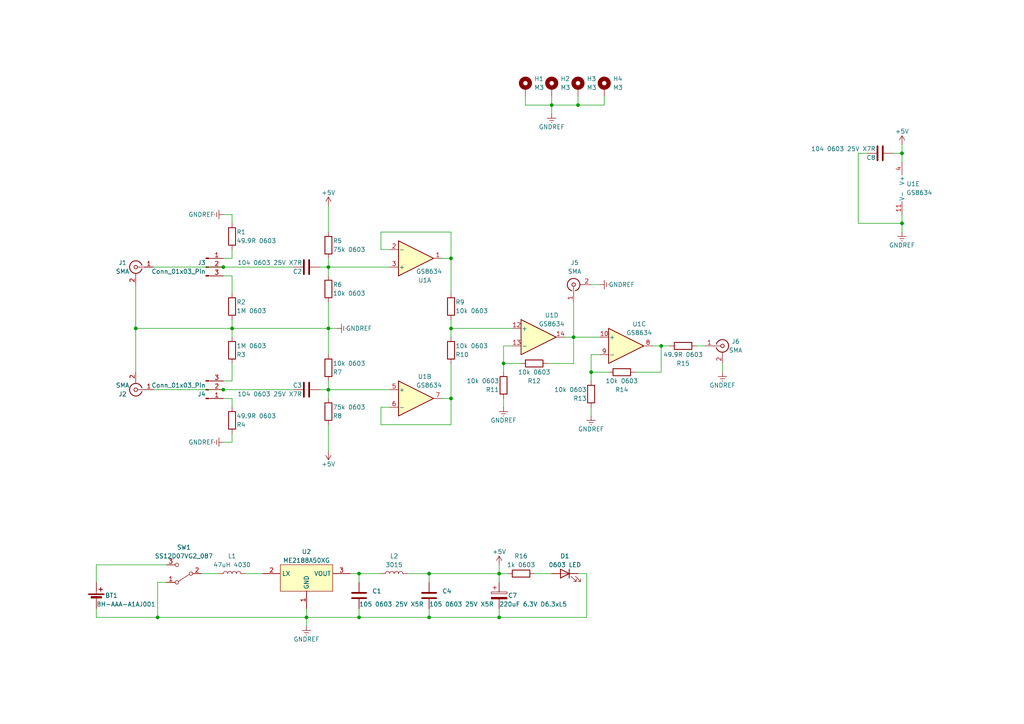
<source format=kicad_sch>
(kicad_sch (version 20230121) (generator eeschema)
  (paper "A4")
  (lib_symbols
    (symbol "Amplifier_Operational:GS8634" (pin_names (offset 0.127))
      (property "Reference" "U" (at 0 5.08 0))
      (property "Value" "GS8634" (at 0 -5.08 0))
      (symbol "GS8634_1_1"
        (polyline (pts (xy -5.08 5.08) (xy 5.08 0) (xy -5.08 -5.08) (xy -5.08 5.08)) (stroke (width 0.254)) (fill (type background)))
        (pin output line (at 7.62 0 180) (length 2.54) (name "~") (number "1"))
        (pin input line (at -7.62 -2.54 0) (length 2.54) (name "-") (number "2"))
        (pin input line (at -7.62 2.54 0) (length 2.54) (name "+") (number "3"))
      )
      (symbol "GS8634_2_1"
        (polyline (pts (xy -5.08 5.08) (xy 5.08 0) (xy -5.08 -5.08) (xy -5.08 5.08)) (stroke (width 0.254)) (fill (type background)))
        (pin input line (at -7.62 2.54 0) (length 2.54) (name "+") (number "5"))
        (pin input line (at -7.62 -2.54 0) (length 2.54) (name "-") (number "6"))
        (pin output line (at 7.62 0 180) (length 2.54) (name "~") (number "7"))
      )
      (symbol "GS8634_3_1"
        (polyline (pts (xy -5.08 5.08) (xy 5.08 0) (xy -5.08 -5.08) (xy -5.08 5.08)) (stroke (width 0.254)) (fill (type background)))
        (pin input line (at -7.62 2.54 0) (length 2.54) (name "+") (number "10"))
        (pin output line (at 7.62 0 180) (length 2.54) (name "~") (number "8"))
        (pin input line (at -7.62 -2.54 0) (length 2.54) (name "-") (number "9"))
      )
      (symbol "GS8634_4_1"
        (polyline (pts (xy -5.08 5.08) (xy 5.08 0) (xy -5.08 -5.08) (xy -5.08 5.08)) (stroke (width 0.254)) (fill (type background)))
        (pin input line (at -7.62 2.54 0) (length 2.54) (name "+") (number "12"))
        (pin input line (at -7.62 -2.54 0) (length 2.54) (name "-") (number "13"))
        (pin output line (at 7.62 0 180) (length 2.54) (name "~") (number "14"))
      )
      (symbol "GS8634_5_1"
        (pin power_in line (at -2.54 -7.62 90) (length 3.81) (name "V-") (number "11"))
        (pin power_in line (at -2.54 7.62 270) (length 3.81) (name "V+") (number "4"))
      )
    )
    (symbol "Connector:Conn_01x03_Pin" (pin_names (offset 1.016) hide)
      (property "Reference" "J" (at 0 5.08 0))
      (property "Value" "Conn_01x03_Pin" (at 0 -5.08 0))
      (symbol "Conn_01x03_Pin_1_1"
        (polyline (pts (xy 1.27 -2.54) (xy 0.8636 -2.54)) (stroke (width 0.1524)))
        (polyline (pts (xy 1.27 0) (xy 0.8636 0)) (stroke (width 0.1524)))
        (polyline (pts (xy 1.27 2.54) (xy 0.8636 2.54)) (stroke (width 0.1524)))
        (rectangle (start 0.8636 -2.413) (end 0 -2.667) (stroke (width 0.1524)) (fill (type outline)))
        (rectangle (start 0.8636 0.127) (end 0 -0.127) (stroke (width 0.1524)) (fill (type outline)))
        (rectangle (start 0.8636 2.667) (end 0 2.413) (stroke (width 0.1524)) (fill (type outline)))
        (pin passive line (at 5.08 2.54 180) (length 3.81) (name "Pin_1") (number "1"))
        (pin passive line (at 5.08 0 180) (length 3.81) (name "Pin_2") (number "2"))
        (pin passive line (at 5.08 -2.54 180) (length 3.81) (name "Pin_3") (number "3"))
      )
    )
    (symbol "Connector:Conn_Coaxial" (pin_names (offset 1.016) hide)
      (property "Reference" "J" (at 0.254 3.048 0))
      (property "Value" "Conn_Coaxial" (at 2.921 0 90))
      (symbol "Conn_Coaxial_0_1"
        (arc (start -1.778 -0.508) (mid 0.2311 -1.8066) (end 1.778 0) (stroke (width 0.254)))
        (polyline (pts (xy -2.54 0) (xy -0.508 0)))
        (polyline (pts (xy 0 -2.54) (xy 0 -1.778)))
        (circle (center 0 0) (radius 0.508) (stroke (width 0.2032)))
        (arc (start 1.778 0) (mid 0.2099 1.8101) (end -1.778 0.508) (stroke (width 0.254)))
      )
      (symbol "Conn_Coaxial_1_1"
        (pin passive line (at -5.08 0 0) (length 2.54) (name "In") (number "1"))
        (pin passive line (at 0 -5.08 90) (length 2.54) (name "Ext") (number "2"))
      )
    )
    (symbol "Custom_PowerManagement:ME2188_SOT-23"
      (property "Reference" "U" (at 0 -13.97 0))
      (property "Value" "ME2188_SOT-23" (at 0 -13.97 0))
      (symbol "ME2188_SOT-23_0_0"
        (pin power_out line (at 0 -10.16 90) (length 5.08) (name "GND") (number "1"))
        (pin power_in line (at -12.7 0 0) (length 5.08) (name "LX") (number "2"))
        (pin power_out line (at 12.7 0 180) (length 5.08) (name "VOUT") (number "3"))
      )
      (symbol "ME2188_SOT-23_1_1"
        (rectangle (start -7.62 2.54) (end 7.62 -5.08) (fill (type background)))
      )
    )
    (symbol "Device:Battery_Cell" (pin_numbers hide) (pin_names (offset 0) hide)
      (property "Reference" "BT" (at 2.54 2.54 0))
      (property "Value" "Battery_Cell" (at 2.54 0 0))
      (symbol "Battery_Cell_0_1"
        (rectangle (start -2.286 1.778) (end 2.286 1.524) (fill (type outline)))
        (rectangle (start -1.524 1.016) (end 1.524 0.508) (fill (type outline)))
        (polyline (pts (xy 0 0.762) (xy 0 0)))
        (polyline (pts (xy 0 1.778) (xy 0 2.54)))
        (polyline (pts (xy 0.762 3.048) (xy 1.778 3.048)) (stroke (width 0.254)))
        (polyline (pts (xy 1.27 3.556) (xy 1.27 2.54)) (stroke (width 0.254)))
      )
      (symbol "Battery_Cell_1_1"
        (pin passive line (at 0 5.08 270) (length 2.54) (name "+") (number "1"))
        (pin passive line (at 0 -2.54 90) (length 2.54) (name "-") (number "2"))
      )
    )
    (symbol "Device:C" (pin_numbers hide) (pin_names (offset 0.254))
      (property "Reference" "C" (at 0.635 2.54 0))
      (property "Value" "C" (at 0.635 -2.54 0))
      (symbol "C_0_1"
        (polyline (pts (xy -2.032 -0.762) (xy 2.032 -0.762)) (stroke (width 0.508)))
        (polyline (pts (xy -2.032 0.762) (xy 2.032 0.762)) (stroke (width 0.508)))
      )
      (symbol "C_1_1"
        (pin passive line (at 0 3.81 270) (length 2.794) (name "~") (number "1"))
        (pin passive line (at 0 -3.81 90) (length 2.794) (name "~") (number "2"))
      )
    )
    (symbol "Device:C_Polarized" (pin_numbers hide) (pin_names (offset 0.254))
      (property "Reference" "C" (at 0.635 2.54 0))
      (property "Value" "C_Polarized" (at 0.635 -2.54 0))
      (symbol "C_Polarized_0_1"
        (rectangle (start -2.286 0.508) (end 2.286 1.016))
        (polyline (pts (xy -1.778 2.286) (xy -0.762 2.286)))
        (polyline (pts (xy -1.27 2.794) (xy -1.27 1.778)))
        (rectangle (start 2.286 -0.508) (end -2.286 -1.016) (fill (type outline)))
      )
      (symbol "C_Polarized_1_1"
        (pin passive line (at 0 3.81 270) (length 2.794) (name "~") (number "1"))
        (pin passive line (at 0 -3.81 90) (length 2.794) (name "~") (number "2"))
      )
    )
    (symbol "Device:L" (pin_numbers hide) (pin_names (offset 1.016) hide)
      (property "Reference" "L" (at -1.27 0 90))
      (property "Value" "L" (at 1.905 0 90))
      (symbol "L_0_1"
        (arc (start 0 -2.54) (mid 0.6323 -1.905) (end 0 -1.27))
        (arc (start 0 -1.27) (mid 0.6323 -0.635) (end 0 0))
        (arc (start 0 0) (mid 0.6323 0.635) (end 0 1.27))
        (arc (start 0 1.27) (mid 0.6323 1.905) (end 0 2.54))
      )
      (symbol "L_1_1"
        (pin passive line (at 0 3.81 270) (length 1.27) (name "1") (number "1"))
        (pin passive line (at 0 -3.81 90) (length 1.27) (name "2") (number "2"))
      )
    )
    (symbol "Device:LED" (pin_numbers hide) (pin_names (offset 1.016) hide)
      (property "Reference" "D" (at 0 2.54 0))
      (property "Value" "LED" (at 0 -2.54 0))
      (symbol "LED_0_1"
        (polyline (pts (xy -1.27 -1.27) (xy -1.27 1.27)) (stroke (width 0.254)))
        (polyline (pts (xy -1.27 0) (xy 1.27 0)))
        (polyline (pts (xy 1.27 -1.27) (xy 1.27 1.27) (xy -1.27 0) (xy 1.27 -1.27)) (stroke (width 0.254)))
        (polyline (pts (xy -3.048 -0.762) (xy -4.572 -2.286) (xy -3.81 -2.286) (xy -4.572 -2.286) (xy -4.572 -1.524)))
        (polyline (pts (xy -1.778 -0.762) (xy -3.302 -2.286) (xy -2.54 -2.286) (xy -3.302 -2.286) (xy -3.302 -1.524)))
      )
      (symbol "LED_1_1"
        (pin passive line (at -3.81 0 0) (length 2.54) (name "K") (number "1"))
        (pin passive line (at 3.81 0 180) (length 2.54) (name "A") (number "2"))
      )
    )
    (symbol "Device:R" (pin_numbers hide) (pin_names (offset 0))
      (property "Reference" "R" (at 2.032 0 90))
      (property "Value" "R" (at 0 0 90))
      (symbol "R_0_1"
        (rectangle (start -1.016 -2.54) (end 1.016 2.54) (stroke (width 0.254)))
      )
      (symbol "R_1_1"
        (pin passive line (at 0 3.81 270) (length 1.27) (name "~") (number "1"))
        (pin passive line (at 0 -3.81 90) (length 1.27) (name "~") (number "2"))
      )
    )
    (symbol "Mechanical:MountingHole_Pad" (pin_numbers hide) (pin_names (offset 1.016) hide)
      (property "Reference" "H" (at 0 6.35 0))
      (property "Value" "MountingHole_Pad" (at 0 4.445 0))
      (symbol "MountingHole_Pad_0_1"
        (circle (center 0 1.27) (radius 1.27) (stroke (width 1.27)))
      )
      (symbol "MountingHole_Pad_1_1"
        (pin input line (at 0 -2.54 90) (length 2.54) (name "1") (number "1"))
      )
    )
    (symbol "Switch:SW_SPDT" (pin_names (offset 0) hide)
      (property "Reference" "SW" (at 0 4.318 0))
      (property "Value" "SW_SPDT" (at 0 -5.08 0))
      (symbol "SW_SPDT_0_0"
        (circle (center -2.032 0) (radius 0.508))
        (circle (center 2.032 -2.54) (radius 0.508))
      )
      (symbol "SW_SPDT_0_1"
        (polyline (pts (xy -1.524 0.254) (xy 1.651 2.286)))
        (circle (center 2.032 2.54) (radius 0.508))
      )
      (symbol "SW_SPDT_1_1"
        (pin passive line (at 5.08 2.54 180) (length 2.54) (name "A") (number "1"))
        (pin passive line (at -5.08 0 0) (length 2.54) (name "B") (number "2"))
        (pin passive line (at 5.08 -2.54 180) (length 2.54) (name "C") (number "3"))
      )
    )
    (symbol "power:+5V" (power) (pin_names (offset 0))
      (property "Value" "+5V" (at 0 3.556 0))
      (symbol "+5V_0_1"
        (polyline (pts (xy -0.762 1.27) (xy 0 2.54)))
        (polyline (pts (xy 0 0) (xy 0 2.54)))
        (polyline (pts (xy 0 2.54) (xy 0.762 1.27)))
      )
      (symbol "+5V_1_1"
        (pin power_in line (at 0 0 90) (length 0) hide (name "+5V") (number "1"))
      )
    )
    (symbol "power:GNDREF" (power) (pin_names (offset 0))
      (property "Value" "GNDREF" (at 0 -3.81 0))
      (symbol "GNDREF_0_1"
        (polyline (pts (xy -0.635 -1.905) (xy 0.635 -1.905)))
        (polyline (pts (xy -0.127 -2.54) (xy 0.127 -2.54)))
        (polyline (pts (xy 0 -1.27) (xy 0 0)))
        (polyline (pts (xy 1.27 -1.27) (xy -1.27 -1.27)))
      )
      (symbol "GNDREF_1_1"
        (pin power_in line (at 0 0 270) (length 0) hide (name "GNDREF") (number "1"))
      )
    )
  )
  (junction (at 95.25 113.03))
  (junction (at 88.9 179.07))
  (junction (at 124.46 179.07))
  (junction (at 130.81 115.57))
  (junction (at 191.77 100.33))
  (junction (at 104.14 166.37))
  (junction (at 130.81 95.25))
  (junction (at 144.78 179.07))
  (junction (at 261.62 44.45))
  (junction (at 39.37 95.25))
  (junction (at 167.64 30.48))
  (junction (at 171.45 107.95))
  (junction (at 166.37 97.79))
  (junction (at 67.31 95.25))
  (junction (at 104.14 179.07))
  (junction (at 124.46 166.37))
  (junction (at 160.02 30.48))
  (junction (at 144.78 166.37))
  (junction (at 261.62 64.77))
  (junction (at 95.25 95.25))
  (junction (at 95.25 77.47))
  (junction (at 146.05 105.41))
  (junction (at 64.77 77.47))
  (junction (at 64.77 113.03))
  (junction (at 45.72 179.07))
  (junction (at 130.81 74.93))
  (wire (pts (xy 191.77 100.33) (xy 189.23 100.33)))
  (wire (pts (xy 67.31 72.39) (xy 67.31 74.93)))
  (wire (pts (xy 88.9 179.07) (xy 104.14 179.07)))
  (wire (pts (xy 146.05 105.41) (xy 146.05 107.95)))
  (wire (pts (xy 39.37 82.55) (xy 39.37 95.25)))
  (wire (pts (xy 67.31 92.71) (xy 67.31 95.25)))
  (wire (pts (xy 95.25 95.25) (xy 95.25 102.87)))
  (wire (pts (xy 160.02 30.48) (xy 160.02 27.94)))
  (wire (pts (xy 67.31 74.93) (xy 64.77 74.93)))
  (wire (pts (xy 171.45 107.95) (xy 171.45 102.87)))
  (wire (pts (xy 130.81 95.25) (xy 130.81 97.79)))
  (wire (pts (xy 67.31 125.73) (xy 67.31 128.27)))
  (wire (pts (xy 124.46 166.37) (xy 118.11 166.37)))
  (wire (pts (xy 113.03 118.11) (xy 110.49 118.11)))
  (wire (pts (xy 64.77 77.47) (xy 85.09 77.47)))
  (wire (pts (xy 104.14 176.53) (xy 104.14 179.07)))
  (wire (pts (xy 64.77 110.49) (xy 67.31 110.49)))
  (wire (pts (xy 27.94 179.07) (xy 45.72 179.07)))
  (wire (pts (xy 167.64 166.37) (xy 170.18 166.37)))
  (wire (pts (xy 104.14 166.37) (xy 110.49 166.37)))
  (wire (pts (xy 95.25 59.69) (xy 95.25 67.31)))
  (wire (pts (xy 45.72 179.07) (xy 88.9 179.07)))
  (wire (pts (xy 184.15 107.95) (xy 191.77 107.95)))
  (wire (pts (xy 88.9 179.07) (xy 88.9 181.61)))
  (wire (pts (xy 201.93 100.33) (xy 204.47 100.33)))
  (wire (pts (xy 110.49 67.31) (xy 130.81 67.31)))
  (wire (pts (xy 44.45 113.03) (xy 64.77 113.03)))
  (wire (pts (xy 259.08 44.45) (xy 261.62 44.45)))
  (wire (pts (xy 191.77 100.33) (xy 194.31 100.33)))
  (wire (pts (xy 171.45 107.95) (xy 171.45 110.49)))
  (wire (pts (xy 251.46 44.45) (xy 248.92 44.45)))
  (wire (pts (xy 92.71 113.03) (xy 95.25 113.03)))
  (wire (pts (xy 261.62 44.45) (xy 261.62 46.99)))
  (wire (pts (xy 171.45 118.11) (xy 171.45 120.65)))
  (wire (pts (xy 171.45 82.55) (xy 173.99 82.55)))
  (wire (pts (xy 248.92 64.77) (xy 261.62 64.77)))
  (wire (pts (xy 95.25 77.47) (xy 95.25 80.01)))
  (wire (pts (xy 261.62 67.31) (xy 261.62 64.77)))
  (wire (pts (xy 191.77 107.95) (xy 191.77 100.33)))
  (wire (pts (xy 167.64 30.48) (xy 160.02 30.48)))
  (wire (pts (xy 44.45 77.47) (xy 64.77 77.47)))
  (wire (pts (xy 130.81 123.19) (xy 130.81 115.57)))
  (wire (pts (xy 146.05 105.41) (xy 146.05 100.33)))
  (wire (pts (xy 160.02 30.48) (xy 160.02 33.02)))
  (wire (pts (xy 124.46 176.53) (xy 124.46 179.07)))
  (wire (pts (xy 124.46 179.07) (xy 144.78 179.07)))
  (wire (pts (xy 95.25 95.25) (xy 97.79 95.25)))
  (wire (pts (xy 130.81 92.71) (xy 130.81 95.25)))
  (wire (pts (xy 95.25 77.47) (xy 113.03 77.47)))
  (wire (pts (xy 64.77 113.03) (xy 85.09 113.03)))
  (wire (pts (xy 167.64 27.94) (xy 167.64 30.48)))
  (wire (pts (xy 124.46 168.91) (xy 124.46 166.37)))
  (wire (pts (xy 45.72 168.91) (xy 45.72 179.07)))
  (wire (pts (xy 64.77 62.23) (xy 67.31 62.23)))
  (wire (pts (xy 64.77 115.57) (xy 67.31 115.57)))
  (wire (pts (xy 261.62 41.91) (xy 261.62 44.45)))
  (wire (pts (xy 58.42 166.37) (xy 63.5 166.37)))
  (wire (pts (xy 176.53 107.95) (xy 171.45 107.95)))
  (wire (pts (xy 175.26 30.48) (xy 167.64 30.48)))
  (wire (pts (xy 27.94 163.83) (xy 48.26 163.83)))
  (wire (pts (xy 67.31 95.25) (xy 67.31 97.79)))
  (wire (pts (xy 152.4 30.48) (xy 160.02 30.48)))
  (wire (pts (xy 248.92 44.45) (xy 248.92 64.77)))
  (wire (pts (xy 261.62 62.23) (xy 261.62 64.77)))
  (wire (pts (xy 67.31 95.25) (xy 95.25 95.25)))
  (wire (pts (xy 95.25 123.19) (xy 95.25 130.81)))
  (wire (pts (xy 27.94 163.83) (xy 27.94 168.91)))
  (wire (pts (xy 151.13 105.41) (xy 146.05 105.41)))
  (wire (pts (xy 67.31 80.01) (xy 67.31 85.09)))
  (wire (pts (xy 104.14 179.07) (xy 124.46 179.07)))
  (wire (pts (xy 166.37 97.79) (xy 163.83 97.79)))
  (wire (pts (xy 101.6 166.37) (xy 104.14 166.37)))
  (wire (pts (xy 27.94 176.53) (xy 27.94 179.07)))
  (wire (pts (xy 130.81 67.31) (xy 130.81 74.93)))
  (wire (pts (xy 64.77 80.01) (xy 67.31 80.01)))
  (wire (pts (xy 152.4 27.94) (xy 152.4 30.48)))
  (wire (pts (xy 158.75 105.41) (xy 166.37 105.41)))
  (wire (pts (xy 95.25 113.03) (xy 113.03 113.03)))
  (wire (pts (xy 67.31 62.23) (xy 67.31 64.77)))
  (wire (pts (xy 130.81 105.41) (xy 130.81 115.57)))
  (wire (pts (xy 170.18 166.37) (xy 170.18 179.07)))
  (wire (pts (xy 130.81 95.25) (xy 148.59 95.25)))
  (wire (pts (xy 175.26 27.94) (xy 175.26 30.48)))
  (wire (pts (xy 92.71 77.47) (xy 95.25 77.47)))
  (wire (pts (xy 130.81 74.93) (xy 130.81 85.09)))
  (wire (pts (xy 39.37 95.25) (xy 67.31 95.25)))
  (wire (pts (xy 64.77 128.27) (xy 67.31 128.27)))
  (wire (pts (xy 71.12 166.37) (xy 76.2 166.37)))
  (wire (pts (xy 95.25 74.93) (xy 95.25 77.47)))
  (wire (pts (xy 67.31 115.57) (xy 67.31 118.11)))
  (wire (pts (xy 67.31 110.49) (xy 67.31 105.41)))
  (wire (pts (xy 104.14 166.37) (xy 104.14 168.91)))
  (wire (pts (xy 154.94 166.37) (xy 160.02 166.37)))
  (wire (pts (xy 170.18 179.07) (xy 144.78 179.07)))
  (wire (pts (xy 144.78 166.37) (xy 147.32 166.37)))
  (wire (pts (xy 166.37 87.63) (xy 166.37 97.79)))
  (wire (pts (xy 39.37 95.25) (xy 39.37 107.95)))
  (wire (pts (xy 110.49 72.39) (xy 110.49 67.31)))
  (wire (pts (xy 95.25 87.63) (xy 95.25 95.25)))
  (wire (pts (xy 124.46 166.37) (xy 144.78 166.37)))
  (wire (pts (xy 130.81 74.93) (xy 128.27 74.93)))
  (wire (pts (xy 146.05 100.33) (xy 148.59 100.33)))
  (wire (pts (xy 110.49 118.11) (xy 110.49 123.19)))
  (wire (pts (xy 144.78 168.91) (xy 144.78 166.37)))
  (wire (pts (xy 166.37 105.41) (xy 166.37 97.79)))
  (wire (pts (xy 171.45 102.87) (xy 173.99 102.87)))
  (wire (pts (xy 88.9 176.53) (xy 88.9 179.07)))
  (wire (pts (xy 113.03 72.39) (xy 110.49 72.39)))
  (wire (pts (xy 166.37 97.79) (xy 173.99 97.79)))
  (wire (pts (xy 95.25 113.03) (xy 95.25 110.49)))
  (wire (pts (xy 48.26 168.91) (xy 45.72 168.91)))
  (wire (pts (xy 209.55 105.41) (xy 209.55 107.95)))
  (wire (pts (xy 95.25 115.57) (xy 95.25 113.03)))
  (wire (pts (xy 144.78 179.07) (xy 144.78 176.53)))
  (wire (pts (xy 144.78 163.83) (xy 144.78 166.37)))
  (wire (pts (xy 146.05 115.57) (xy 146.05 118.11)))
  (wire (pts (xy 110.49 123.19) (xy 130.81 123.19)))
  (wire (pts (xy 130.81 115.57) (xy 128.27 115.57)))
  (symbol (lib_id "Device:R") (at 198.12 100.33 90) (mirror x) (unit 1)
    (property "Reference" "R15" (at 198.12 105.41 90))
    (property "Value" "49.9R 0603" (at 198.12 102.87 90))
    (property "Footprint" "Resistor_SMD:R_0603_1608Metric" (effects hide))
  )
  (symbol (lib_id "Device:C") (at 124.46 172.72 0) (unit 1)
    (property "Reference" "C4" (at 128.27 171.45 0) (effects (justify left)))
    (property "Value" "105 0603 25V X5R" (at 124.46 175.26 0) (effects (justify left)))
    (property "Footprint" "Capacitor_SMD:C_0603_1608Metric" (effects hide))
  )
  (symbol (lib_id "Custom_PowerManagement:ME2188_SOT-23") (at 88.9 166.37 0) (unit 1)
    (property "Reference" "U2" (at 88.9 160.02 0))
    (property "Value" "ME2188A50XG" (at 88.9 162.56 0))
    (property "Footprint" "Package_TO_SOT_SMD:SOT-23-3" (effects hide))
  )
  (symbol (lib_id "power:+5V") (at 95.25 59.69 0) (unit 1)
    (property "Reference" "#PWR03" (effects hide))
    (property "Value" "+5V" (at 95.25 55.88 0))
  )
  (symbol (lib_id "power:GNDREF") (at 88.9 181.61 0) (unit 1)
    (property "Reference" "#PWR06" (effects hide))
    (property "Value" "GNDREF" (at 88.9 185.42 0))
  )
  (symbol (lib_id "Amplifier_Operational:GS8634") (at 264.16 54.61 0) (unit 5)
    (property "Reference" "U1" (at 262.89 53.34 0) (effects (justify left)))
    (property "Value" "GS8634" (at 262.89 55.88 0) (effects (justify left)))
    (property "Footprint" "Package_SO:SO-14_3.9x8.65mm_P1.27mm" (effects hide))
  )
  (symbol (lib_id "power:+5V") (at 95.25 130.81 0) (mirror x) (unit 1)
    (property "Reference" "#PWR04" (effects hide))
    (property "Value" "+5V" (at 95.25 134.62 0))
  )
  (symbol (lib_id "Device:R") (at 130.81 101.6 0) (mirror x) (unit 1)
    (property "Reference" "R10" (at 132.08 102.87 0) (effects (justify left)))
    (property "Value" "10k 0603" (at 132.08 100.33 0) (effects (justify left)))
    (property "Footprint" "Resistor_SMD:R_0603_1608Metric" (effects hide))
  )
  (symbol (lib_id "Mechanical:MountingHole_Pad") (at 175.26 25.4 0) (unit 1)
    (property "Reference" "H4" (at 177.8 22.86 0) (effects (justify left)))
    (property "Value" "M3" (at 177.8 25.4 0) (effects (justify left)))
    (property "Footprint" "MountingHole:MountingHole_3.2mm_M3_Pad" (effects hide))
  )
  (symbol (lib_id "Device:C") (at 88.9 77.47 90) (mirror x) (unit 1)
    (property "Reference" "C2" (at 87.63 78.74 90) (effects (justify left)))
    (property "Value" "104 0603 25V X7R" (at 87.63 76.2 90) (effects (justify left)))
    (property "Footprint" "Capacitor_SMD:C_0603_1608Metric" (effects hide))
  )
  (symbol (lib_id "Device:R") (at 171.45 114.3 0) (mirror x) (unit 1)
    (property "Reference" "R13" (at 170.18 115.57 0) (effects (justify right)))
    (property "Value" "10k 0603" (at 170.18 113.03 0) (effects (justify right)))
    (property "Footprint" "Resistor_SMD:R_0603_1608Metric" (effects hide))
  )
  (symbol (lib_id "Device:R") (at 154.94 105.41 90) (mirror x) (unit 1)
    (property "Reference" "R12" (at 154.94 110.49 90))
    (property "Value" "10k 0603" (at 154.94 107.95 90))
    (property "Footprint" "Resistor_SMD:R_0603_1608Metric" (effects hide))
  )
  (symbol (lib_id "power:+5V") (at 261.62 41.91 0) (unit 1)
    (property "Reference" "#PWR013" (effects hide))
    (property "Value" "+5V" (at 261.62 38.1 0))
  )
  (symbol (lib_id "Mechanical:MountingHole_Pad") (at 167.64 25.4 0) (unit 1)
    (property "Reference" "H3" (at 170.18 22.86 0) (effects (justify left)))
    (property "Value" "M3" (at 170.18 25.4 0) (effects (justify left)))
    (property "Footprint" "MountingHole:MountingHole_3.2mm_M3_Pad" (effects hide))
  )
  (symbol (lib_id "power:GNDREF") (at 171.45 120.65 0) (unit 1)
    (property "Reference" "#PWR010" (effects hide))
    (property "Value" "GNDREF" (at 171.45 124.46 0))
  )
  (symbol (lib_id "Device:Battery_Cell") (at 27.94 173.99 0) (unit 1)
    (property "Reference" "BT1" (at 30.48 172.72 0) (effects (justify left)))
    (property "Value" "BH-AAA-A1AJ001" (at 27.94 175.26 0) (effects (justify left)))
    (property "Footprint" "Customer_Connector:BH-AAA-A1AJ001" (effects hide))
  )
  (symbol (lib_id "Device:R") (at 95.25 83.82 0) (unit 1)
    (property "Reference" "R6" (at 96.52 82.55 0) (effects (justify left)))
    (property "Value" "10k 0603" (at 96.52 85.09 0) (effects (justify left)))
    (property "Footprint" "Resistor_SMD:R_0603_1608Metric" (effects hide))
  )
  (symbol (lib_id "Device:C") (at 88.9 113.03 90) (unit 1)
    (property "Reference" "C3" (at 87.63 111.76 90) (effects (justify left)))
    (property "Value" "104 0603 25V X7R" (at 87.63 114.3 90) (effects (justify left)))
    (property "Footprint" "Capacitor_SMD:C_0603_1608Metric" (effects hide))
  )
  (symbol (lib_id "Mechanical:MountingHole_Pad") (at 160.02 25.4 0) (unit 1)
    (property "Reference" "H2" (at 162.56 22.86 0) (effects (justify left)))
    (property "Value" "M3" (at 162.56 25.4 0) (effects (justify left)))
    (property "Footprint" "MountingHole:MountingHole_3.2mm_M3_Pad" (effects hide))
  )
  (symbol (lib_id "power:GNDREF") (at 173.99 82.55 90) (unit 1)
    (property "Reference" "#PWR011" (effects hide))
    (property "Value" "GNDREF" (at 176.53 82.55 90) (effects (justify right)))
  )
  (symbol (lib_id "Device:LED") (at 163.83 166.37 0) (mirror y) (unit 1)
    (property "Reference" "D1" (at 163.83 161.29 0))
    (property "Value" "0603 LED" (at 163.83 163.83 0))
    (property "Footprint" "LED_SMD:LED_0603_1608Metric" (effects hide))
  )
  (symbol (lib_id "power:GNDREF") (at 64.77 128.27 270) (mirror x) (unit 1)
    (property "Reference" "#PWR02" (effects hide))
    (property "Value" "GNDREF" (at 62.23 128.27 90) (effects (justify right)))
  )
  (symbol (lib_id "Device:R") (at 95.25 119.38 0) (mirror x) (unit 1)
    (property "Reference" "R8" (at 96.52 120.65 0) (effects (justify left)))
    (property "Value" "75k 0603" (at 96.52 118.11 0) (effects (justify left)))
    (property "Footprint" "Resistor_SMD:R_0603_1608Metric" (effects hide))
  )
  (symbol (lib_id "power:+5V") (at 144.78 163.83 0) (unit 1)
    (property "Reference" "#PWR07" (effects hide))
    (property "Value" "+5V" (at 144.78 160.02 0))
  )
  (symbol (lib_id "Device:C") (at 104.14 172.72 0) (unit 1)
    (property "Reference" "C1" (at 107.95 171.45 0) (effects (justify left)))
    (property "Value" "105 0603 25V X5R" (at 104.14 175.26 0) (effects (justify left)))
    (property "Footprint" "Capacitor_SMD:C_0603_1608Metric" (effects hide))
  )
  (symbol (lib_id "Connector:Conn_Coaxial") (at 209.55 100.33 0) (unit 1)
    (property "Reference" "J6" (at 213.36 99.06 0))
    (property "Value" "SMA" (at 213.36 101.6 0))
    (property "Footprint" "Customer_Connector:SMA-KE_1.6mm" (effects hide))
    (property "Datasheet" " ~" (effects hide))
  )
  (symbol (lib_id "power:GNDREF") (at 209.55 107.95 0) (unit 1)
    (property "Reference" "#PWR012" (effects hide))
    (property "Value" "GNDREF" (at 209.55 111.76 0))
  )
  (symbol (lib_id "Amplifier_Operational:GS8634") (at 120.65 115.57 0) (unit 2)
    (property "Reference" "U1" (at 123.19 109.22 0))
    (property "Value" "GS8634" (at 124.46 111.76 0))
    (property "Footprint" "Package_SO:SO-14_3.9x8.65mm_P1.27mm" (effects hide))
  )
  (symbol (lib_id "Device:L") (at 67.31 166.37 90) (unit 1)
    (property "Reference" "L1" (at 67.31 161.29 90))
    (property "Value" "47uH 4030" (at 67.31 163.83 90))
    (property "Footprint" "Inductor_SMD:L_Changjiang_FNR4030S" (effects hide))
  )
  (symbol (lib_id "Device:R") (at 95.25 106.68 0) (mirror x) (unit 1)
    (property "Reference" "R7" (at 96.52 107.95 0) (effects (justify left)))
    (property "Value" "10k 0603" (at 96.52 105.41 0) (effects (justify left)))
    (property "Footprint" "Resistor_SMD:R_0603_1608Metric" (effects hide))
  )
  (symbol (lib_id "Connector:Conn_01x03_Pin") (at 59.69 113.03 0) (mirror x) (unit 1)
    (property "Reference" "J4" (at 59.69 114.3 0) (effects (justify right)))
    (property "Value" "Conn_01x03_Pin" (at 59.69 111.76 0) (effects (justify right)))
    (property "Footprint" "Connector_PinHeader_2.54mm:PinHeader_1x03_P2.54mm_Vertical" (effects hide))
  )
  (symbol (lib_id "Device:R") (at 67.31 88.9 0) (unit 1)
    (property "Reference" "R2" (at 68.58 87.63 0) (effects (justify left)))
    (property "Value" "1M 0603" (at 68.58 90.17 0) (effects (justify left)))
    (property "Footprint" "Resistor_SMD:R_0603_1608Metric" (effects hide))
  )
  (symbol (lib_id "power:GNDREF") (at 97.79 95.25 90) (unit 1)
    (property "Reference" "#PWR05" (effects hide))
    (property "Value" "GNDREF" (at 100.33 95.25 90) (effects (justify right)))
  )
  (symbol (lib_id "Connector:Conn_Coaxial") (at 39.37 77.47 0) (mirror y) (unit 1)
    (property "Reference" "J1" (at 35.56 76.2 0))
    (property "Value" "SMA" (at 35.56 78.74 0))
    (property "Footprint" "Customer_Connector:SMA-KE_1.6mm" (effects hide))
    (property "Datasheet" " ~" (effects hide))
  )
  (symbol (lib_id "Connector:Conn_Coaxial") (at 166.37 82.55 90) (unit 1)
    (property "Reference" "J5" (at 166.6632 76.2 90))
    (property "Value" "SMA" (at 166.6632 78.74 90))
    (property "Footprint" "Customer_Connector:SMA-KE_1.6mm" (effects hide))
    (property "Datasheet" " ~" (effects hide))
  )
  (symbol (lib_id "Device:R") (at 180.34 107.95 90) (mirror x) (unit 1)
    (property "Reference" "R14" (at 180.34 113.03 90))
    (property "Value" "10k 0603" (at 180.34 110.49 90))
    (property "Footprint" "Resistor_SMD:R_0603_1608Metric" (effects hide))
  )
  (symbol (lib_id "Device:R") (at 95.25 71.12 0) (unit 1)
    (property "Reference" "R5" (at 96.52 69.85 0) (effects (justify left)))
    (property "Value" "75k 0603" (at 96.52 72.39 0) (effects (justify left)))
    (property "Footprint" "Resistor_SMD:R_0603_1608Metric" (effects hide))
  )
  (symbol (lib_id "power:GNDREF") (at 160.02 33.02 0) (unit 1)
    (property "Reference" "#PWR09" (effects hide))
    (property "Value" "GNDREF" (at 160.02 36.83 0))
  )
  (symbol (lib_id "Connector:Conn_Coaxial") (at 39.37 113.03 180) (unit 1)
    (property "Reference" "J2" (at 35.56 114.3 0))
    (property "Value" "SMA" (at 35.56 111.76 0))
    (property "Footprint" "Customer_Connector:SMA-KE_1.6mm" (effects hide))
    (property "Datasheet" " ~" (effects hide))
  )
  (symbol (lib_id "Mechanical:MountingHole_Pad") (at 152.4 25.4 0) (unit 1)
    (property "Reference" "H1" (at 154.94 22.86 0) (effects (justify left)))
    (property "Value" "M3" (at 154.94 25.4 0) (effects (justify left)))
    (property "Footprint" "MountingHole:MountingHole_3.2mm_M3_Pad" (effects hide))
  )
  (symbol (lib_id "Device:R") (at 67.31 68.58 0) (unit 1)
    (property "Reference" "R1" (at 68.58 67.31 0) (effects (justify left)))
    (property "Value" "49.9R 0603" (at 68.58 69.85 0) (effects (justify left)))
    (property "Footprint" "Resistor_SMD:R_0603_1608Metric" (effects hide))
  )
  (symbol (lib_id "Switch:SW_SPDT") (at 53.34 166.37 180) (unit 1)
    (property "Reference" "SW1" (at 53.34 158.75 0))
    (property "Value" "SS12D07VG2_087" (at 53.34 161.29 0))
    (property "Footprint" "Customer_Switch:SS12D07VG2_087" (effects hide))
  )
  (symbol (lib_id "Device:L") (at 114.3 166.37 90) (unit 1)
    (property "Reference" "L2" (at 114.3 161.29 90))
    (property "Value" "3015" (at 114.3 163.83 90))
    (property "Footprint" "Inductor_SMD:L_Changjiang_FNR3015S" (effects hide))
  )
  (symbol (lib_id "power:GNDREF") (at 261.62 67.31 0) (unit 1)
    (property "Reference" "#PWR014" (effects hide))
    (property "Value" "GNDREF" (at 261.62 71.12 0))
  )
  (symbol (lib_id "power:GNDREF") (at 146.05 118.11 0) (unit 1)
    (property "Reference" "#PWR08" (effects hide))
    (property "Value" "GNDREF" (at 146.05 121.92 0))
  )
  (symbol (lib_id "Connector:Conn_01x03_Pin") (at 59.69 77.47 0) (unit 1)
    (property "Reference" "J3" (at 59.69 76.2 0) (effects (justify right)))
    (property "Value" "Conn_01x03_Pin" (at 59.69 78.74 0) (effects (justify right)))
    (property "Footprint" "Connector_PinHeader_2.54mm:PinHeader_1x03_P2.54mm_Vertical" (effects hide))
  )
  (symbol (lib_id "Device:R") (at 67.31 121.92 0) (mirror x) (unit 1)
    (property "Reference" "R4" (at 68.58 123.19 0) (effects (justify left)))
    (property "Value" "49.9R 0603" (at 68.58 120.65 0) (effects (justify left)))
    (property "Footprint" "Resistor_SMD:R_0603_1608Metric" (effects hide))
  )
  (symbol (lib_id "Amplifier_Operational:GS8634") (at 181.61 100.33 0) (unit 3)
    (property "Reference" "U1" (at 185.42 93.98 0))
    (property "Value" "GS8634" (at 185.42 96.52 0))
    (property "Footprint" "Package_SO:SO-14_3.9x8.65mm_P1.27mm" (effects hide))
  )
  (symbol (lib_id "Device:R") (at 67.31 101.6 0) (mirror x) (unit 1)
    (property "Reference" "R3" (at 68.58 102.87 0) (effects (justify left)))
    (property "Value" "1M 0603" (at 68.58 100.33 0) (effects (justify left)))
    (property "Footprint" "Resistor_SMD:R_0603_1608Metric" (effects hide))
  )
  (symbol (lib_id "Amplifier_Operational:GS8634") (at 156.21 97.79 0) (unit 4)
    (property "Reference" "U1" (at 160.02 91.44 0))
    (property "Value" "GS8634" (at 160.02 93.98 0))
    (property "Footprint" "Package_SO:SO-14_3.9x8.65mm_P1.27mm" (effects hide))
  )
  (symbol (lib_id "Device:C") (at 255.27 44.45 90) (mirror x) (unit 1)
    (property "Reference" "C8" (at 254 45.72 90) (effects (justify left)))
    (property "Value" "104 0603 25V X7R" (at 254 43.18 90) (effects (justify left)))
    (property "Footprint" "Capacitor_SMD:C_0603_1608Metric" (effects hide))
  )
  (symbol (lib_id "Device:R") (at 151.13 166.37 90) (unit 1)
    (property "Reference" "R16" (at 151.13 161.29 90))
    (property "Value" "1k 0603" (at 151.13 163.83 90))
    (property "Footprint" "Resistor_SMD:R_0603_1608Metric" (effects hide))
  )
  (symbol (lib_id "Amplifier_Operational:GS8634") (at 120.65 74.93 0) (mirror x) (unit 1)
    (property "Reference" "U1" (at 123.19 81.28 0))
    (property "Value" "GS8634" (at 124.46 78.74 0))
    (property "Footprint" "Package_SO:SO-14_3.9x8.65mm_P1.27mm" (effects hide))
  )
  (symbol (lib_id "Device:C_Polarized") (at 144.78 172.72 0) (unit 1)
    (property "Reference" "C7" (at 147.32 172.72 0) (effects (justify left)))
    (property "Value" "220uF 6.3V D6.3xL5" (at 144.78 175.26 0) (effects (justify left)))
    (property "Footprint" "Capacitor_THT:CP_Radial_D6.3mm_P2.50mm" (effects hide))
  )
  (symbol (lib_id "Device:R") (at 130.81 88.9 0) (unit 1)
    (property "Reference" "R9" (at 132.08 87.63 0) (effects (justify left)))
    (property "Value" "10k 0603" (at 132.08 90.17 0) (effects (justify left)))
    (property "Footprint" "Resistor_SMD:R_0603_1608Metric" (effects hide))
  )
  (symbol (lib_id "Device:R") (at 146.05 111.76 0) (mirror x) (unit 1)
    (property "Reference" "R11" (at 144.78 113.03 0) (effects (justify right)))
    (property "Value" "10k 0603" (at 144.78 110.49 0) (effects (justify right)))
    (property "Footprint" "Resistor_SMD:R_0603_1608Metric" (effects hide))
  )
  (symbol (lib_id "power:GNDREF") (at 64.77 62.23 270) (mirror x) (unit 1)
    (property "Reference" "#PWR01" (effects hide))
    (property "Value" "GNDREF" (at 62.23 62.23 90) (effects (justify right)))
  )
)
</source>
